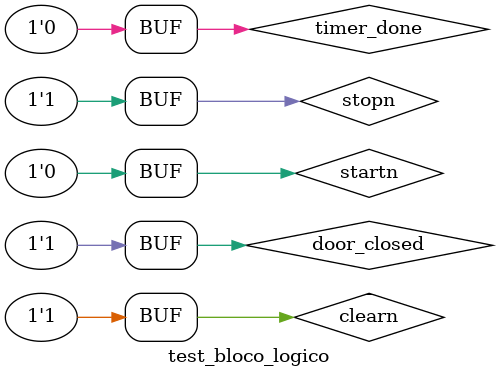
<source format=v>
`timescale 1ns/1ns

module test_bloco_logico;

    reg startn, stopn, clearn, door_closed, timer_done;
  	wire  set, reset;

  	controle dut(startn, stopn, clearn, door_closed, timer_done, set, reset);

    initial
        begin

            $dumpfile("test_bloco_logico.vcd");
            $dumpvars(0, test_bloco_logico);

                startn=1; stopn=0; clearn=0; door_closed=0; timer_done=0;
            #5  startn=1; stopn=0; clearn=0; door_closed=1; timer_done=0;
         	  #5  startn=1; stopn=1; clearn=0; door_closed=1; timer_done=0;
            #5  startn=1; stopn=0; clearn=0; door_closed=1; timer_done=0;
            #5  startn=1; stopn=0; clearn=0; door_closed=1; timer_done=1;
            #5  startn=1; stopn=0; clearn=0; door_closed=0; timer_done=0;
          	#5  startn=1; stopn=0; clearn=1; door_closed=1; timer_done=1;
            #5  startn=1; stopn=0; clearn=0; door_closed=1; timer_done=0;
          	#5  startn=1; stopn=1; clearn=1; door_closed=1; timer_done=1;
            #5  startn=0; stopn=1; clearn=1; door_closed=1; timer_done=1;
            #5  startn=0; stopn=0; clearn=0; door_closed=0; timer_done=0;
            #5  startn=0; stopn=1; clearn=1; door_closed=1; timer_done=0;
          
        end
endmodule
</source>
